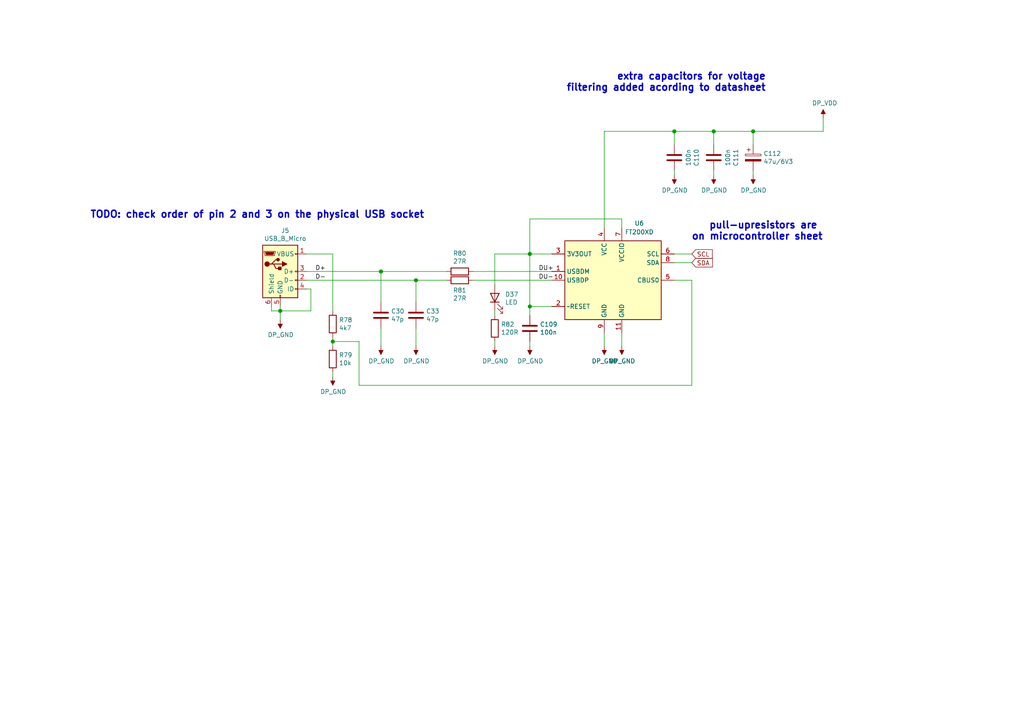
<source format=kicad_sch>
(kicad_sch (version 20210621) (generator eeschema)
  (paper "A4")
  (title_block (title "Computer interface") (rev "1.0") (company "MIT License"))
  (lib_symbols
    (symbol "Device:C" (pin_numbers hide) (pin_names (offset 0.254))
      (property "Reference" "C" (at 0.635 2.54 0))
      (property "Value" "C" (at 0.635 -2.54 0))
      (symbol "C_0_1"
        (polyline (pts (xy -2.032 -0.762) (xy 2.032 -0.762)) (stroke (width 0.508)))
        (polyline (pts (xy -2.032 0.762) (xy 2.032 0.762)) (stroke (width 0.508)))
      )
      (symbol "C_1_1"
        (pin passive line (at 0 3.81 270) (length 2.794) (name "~") (number "1"))
        (pin passive line (at 0 -3.81 90) (length 2.794) (name "~") (number "2"))
      )
    )
    (symbol "Device:CP" (pin_numbers hide) (pin_names (offset 0.254))
      (property "Reference" "C" (at 0.635 2.54 0))
      (property "Value" "CP" (at 0.635 -2.54 0))
      (symbol "CP_0_1"
        (rectangle (start -2.286 0.508) (end 2.286 1.016))
        (rectangle (start 2.286 -0.508) (end -2.286 -1.016) (fill (type outline)))
        (polyline (pts (xy -1.778 2.286) (xy -0.762 2.286)))
        (polyline (pts (xy -1.27 2.794) (xy -1.27 1.778)))
      )
      (symbol "CP_1_1"
        (pin passive line (at 0 3.81 270) (length 2.794) (name "~") (number "1"))
        (pin passive line (at 0 -3.81 90) (length 2.794) (name "~") (number "2"))
      )
    )
    (symbol "Device:LED" (pin_numbers hide) (pin_names (offset 1.016) hide)
      (property "Reference" "D" (at 0 2.54 0))
      (property "Value" "LED" (at 0 -2.54 0))
      (symbol "LED_0_1"
        (polyline (pts (xy -1.27 -1.27) (xy -1.27 1.27)) (stroke (width 0.254)))
        (polyline (pts (xy -1.27 0) (xy 1.27 0)))
        (polyline (pts (xy 1.27 -1.27) (xy 1.27 1.27) (xy -1.27 0) (xy 1.27 -1.27)) (stroke (width 0.254)))
        (polyline (pts (xy -3.048 -0.762) (xy -4.572 -2.286) (xy -3.81 -2.286) (xy -4.572 -2.286) (xy -4.572 -1.524)))
        (polyline (pts (xy -1.778 -0.762) (xy -3.302 -2.286) (xy -2.54 -2.286) (xy -3.302 -2.286) (xy -3.302 -1.524)))
      )
      (symbol "LED_1_1"
        (pin passive line (at -3.81 0 0) (length 2.54) (name "K") (number "1"))
        (pin passive line (at 3.81 0 180) (length 2.54) (name "A") (number "2"))
      )
    )
    (symbol "Device:R" (pin_numbers hide) (pin_names (offset 0))
      (property "Reference" "R" (at 2.032 0 90))
      (property "Value" "R" (at 0 0 90))
      (symbol "R_0_1"
        (rectangle (start -1.016 -2.54) (end 1.016 2.54) (stroke (width 0.254)))
      )
      (symbol "R_1_1"
        (pin passive line (at 0 3.81 270) (length 1.27) (name "~") (number "1"))
        (pin passive line (at 0 -3.81 90) (length 1.27) (name "~") (number "2"))
      )
    )
    (symbol "Electroencephalograph-rescue:USB_B_Micro-Connector" (pin_names (offset 1.016))
      (property "Reference" "J" (at -5.08 11.43 0))
      (property "Value" "USB_B_Micro-Connector" (at -5.08 8.89 0))
      (symbol "USB_B_Micro-Connector_0_1"
        (circle (center -3.81 2.159) (radius 0.635) (stroke (width 0.254)) (fill (type outline)))
        (circle (center -0.635 3.429) (radius 0.381) (stroke (width 0.254)) (fill (type outline)))
        (rectangle (start -0.127 -7.62) (end 0.127 -6.858))
        (rectangle (start 5.08 -5.207) (end 4.318 -4.953))
        (rectangle (start 5.08 -2.667) (end 4.318 -2.413))
        (rectangle (start 5.08 -0.127) (end 4.318 0.127))
        (rectangle (start 5.08 4.953) (end 4.318 5.207))
        (rectangle (start 0.254 1.27) (end -0.508 0.508) (stroke (width 0.254)) (fill (type outline)))
        (rectangle (start -5.08 -7.62) (end 5.08 7.62) (stroke (width 0.254)) (fill (type background)))
        (polyline (pts (xy -1.905 2.159) (xy 0.635 2.159)) (stroke (width 0.254)))
        (polyline (pts (xy -3.175 2.159) (xy -2.54 2.159) (xy -1.27 3.429) (xy -0.635 3.429)) (stroke (width 0.254)))
        (polyline (pts (xy -2.54 2.159) (xy -1.905 2.159) (xy -1.27 0.889) (xy 0 0.889)) (stroke (width 0.254)))
        (polyline (pts (xy -4.699 5.842) (xy -4.699 5.588) (xy -4.445 4.826) (xy -4.445 4.572) (xy -1.651 4.572) (xy -1.651 4.826) (xy -1.397 5.588) (xy -1.397 5.842) (xy -4.699 5.842)))
        (polyline (pts (xy 0.635 2.794) (xy 0.635 1.524) (xy 1.905 2.159) (xy 0.635 2.794)) (stroke (width 0.254)) (fill (type outline)))
        (polyline (pts (xy -4.318 5.588) (xy -1.778 5.588) (xy -2.032 4.826) (xy -4.064 4.826) (xy -4.318 5.588)) (fill (type outline)))
      )
      (symbol "USB_B_Micro-Connector_1_1"
        (pin power_out line (at 7.62 5.08 180) (length 2.54) (name "VBUS") (number "1"))
        (pin passive line (at 7.62 -2.54 180) (length 2.54) (name "D-") (number "2"))
        (pin passive line (at 7.62 0 180) (length 2.54) (name "D+") (number "3"))
        (pin passive line (at 7.62 -5.08 180) (length 2.54) (name "ID") (number "4"))
        (pin power_out line (at 0 -10.16 90) (length 2.54) (name "GND") (number "5"))
        (pin passive line (at -2.54 -10.16 90) (length 2.54) (name "Shield") (number "6"))
      )
    )
    (symbol "Electroencephalograph:DP_GND" (pin_names (offset 0))
      (property "Value" "DP_GND" (at 0 -3.81 0))
      (symbol "DP_GND_1_1"
        (polyline (pts (xy 0 0) (xy 0 -1.27)))
        (polyline (pts (xy 0 -1.27) (xy -0.635 -1.27) (xy 0 -2.54) (xy 0.635 -1.27) (xy 0 -1.27)) (fill (type outline)))
        (pin power_in line (at 0 0 270) (length 0) hide (name "DP_GND") (number "1"))
      )
    )
    (symbol "Electroencephalograph:DP_VDD" (pin_names (offset 0))
      (property "Value" "DP_VDD" (at 0 3.175 0))
      (symbol "DP_VDD_1_1"
        (polyline (pts (xy 0 0) (xy 0 1.27)))
        (polyline (pts (xy 0 1.27) (xy 0.635 1.27) (xy 0 2.54) (xy -0.635 1.27) (xy 0 1.27)) (fill (type outline)))
        (pin power_in line (at 0 0 90) (length 0) hide (name "DP_VDD") (number "1"))
      )
    )
    (symbol "Interface_USB:FT200XD"
      (property "Reference" "U" (at -13.97 12.7 0))
      (property "Value" "FT200XD" (at 7.62 12.7 0))
      (symbol "FT200XD_0_1"
        (rectangle (start -13.97 11.43) (end 13.97 -11.43) (stroke (width 0.254)) (fill (type background)))
      )
      (symbol "FT200XD_1_1"
        (pin input line (at -17.78 2.54 0) (length 3.81) (name "USBDM") (number "1"))
        (pin input line (at -17.78 0 0) (length 3.81) (name "USBDP") (number "10"))
        (pin power_in line (at 2.54 -15.24 90) (length 3.81) (name "GND") (number "11"))
        (pin input line (at -17.78 -7.62 0) (length 3.81) (name "~RESET") (number "2"))
        (pin power_out line (at -17.78 7.62 0) (length 3.81) (name "3V3OUT") (number "3"))
        (pin power_in line (at -2.54 15.24 270) (length 3.81) (name "VCC") (number "4"))
        (pin bidirectional line (at 17.78 0 180) (length 3.81) (name "CBUS0") (number "5"))
        (pin input line (at 17.78 7.62 180) (length 3.81) (name "SCL") (number "6"))
        (pin power_in line (at 2.54 15.24 270) (length 3.81) (name "VCCIO") (number "7"))
        (pin bidirectional line (at 17.78 5.08 180) (length 3.81) (name "SDA") (number "8"))
        (pin power_in line (at -2.54 -15.24 90) (length 3.81) (name "GND") (number "9"))
      )
    )
  )
  (junction (at 81.28 90.17) (diameter 1.016))
  (junction (at 96.52 99.06) (diameter 1.016))
  (junction (at 110.49 78.74) (diameter 1.016))
  (junction (at 120.65 81.28) (diameter 1.016))
  (junction (at 153.67 73.66) (diameter 1.016))
  (junction (at 153.67 88.9) (diameter 1.016))
  (junction (at 195.58 38.1) (diameter 1.016))
  (junction (at 207.01 38.1) (diameter 1.016))
  (junction (at 218.44 38.1) (diameter 1.016))
  (wire (pts (xy 78.74 88.9) (xy 78.74 90.17)))
  (wire (pts (xy 78.74 90.17) (xy 81.28 90.17)))
  (wire (pts (xy 81.28 90.17) (xy 81.28 88.9)))
  (wire (pts (xy 81.28 92.71) (xy 81.28 90.17)))
  (wire (pts (xy 88.9 73.66) (xy 96.52 73.66)))
  (wire (pts (xy 88.9 78.74) (xy 110.49 78.74)))
  (wire (pts (xy 88.9 81.28) (xy 120.65 81.28)))
  (wire (pts (xy 88.9 83.82) (xy 90.17 83.82)))
  (wire (pts (xy 90.17 83.82) (xy 90.17 90.17)))
  (wire (pts (xy 90.17 90.17) (xy 81.28 90.17)))
  (wire (pts (xy 96.52 73.66) (xy 96.52 90.17)))
  (wire (pts (xy 96.52 99.06) (xy 96.52 97.79)))
  (wire (pts (xy 96.52 99.06) (xy 104.14 99.06)))
  (wire (pts (xy 96.52 100.33) (xy 96.52 99.06)))
  (wire (pts (xy 96.52 109.22) (xy 96.52 107.95)))
  (wire (pts (xy 104.14 99.06) (xy 104.14 111.76)))
  (wire (pts (xy 104.14 111.76) (xy 200.66 111.76)))
  (wire (pts (xy 110.49 78.74) (xy 110.49 87.63)))
  (wire (pts (xy 110.49 100.33) (xy 110.49 95.25)))
  (wire (pts (xy 120.65 87.63) (xy 120.65 81.28)))
  (wire (pts (xy 120.65 100.33) (xy 120.65 95.25)))
  (wire (pts (xy 129.54 78.74) (xy 110.49 78.74)))
  (wire (pts (xy 129.54 81.28) (xy 120.65 81.28)))
  (wire (pts (xy 137.16 78.74) (xy 160.02 78.74)))
  (wire (pts (xy 143.51 73.66) (xy 143.51 82.55)))
  (wire (pts (xy 143.51 90.17) (xy 143.51 91.44)))
  (wire (pts (xy 143.51 100.33) (xy 143.51 99.06)))
  (wire (pts (xy 153.67 63.5) (xy 153.67 73.66)))
  (wire (pts (xy 153.67 73.66) (xy 143.51 73.66)))
  (wire (pts (xy 153.67 73.66) (xy 153.67 88.9)))
  (wire (pts (xy 153.67 88.9) (xy 153.67 91.44)))
  (wire (pts (xy 153.67 100.33) (xy 153.67 99.06)))
  (wire (pts (xy 160.02 73.66) (xy 153.67 73.66)))
  (wire (pts (xy 160.02 81.28) (xy 137.16 81.28)))
  (wire (pts (xy 160.02 88.9) (xy 153.67 88.9)))
  (wire (pts (xy 175.26 38.1) (xy 175.26 66.04)))
  (wire (pts (xy 175.26 100.33) (xy 175.26 96.52)))
  (wire (pts (xy 180.34 63.5) (xy 153.67 63.5)))
  (wire (pts (xy 180.34 66.04) (xy 180.34 63.5)))
  (wire (pts (xy 180.34 100.33) (xy 180.34 96.52)))
  (wire (pts (xy 195.58 38.1) (xy 175.26 38.1)))
  (wire (pts (xy 195.58 38.1) (xy 195.58 41.91)))
  (wire (pts (xy 195.58 38.1) (xy 207.01 38.1)))
  (wire (pts (xy 195.58 50.8) (xy 195.58 49.53)))
  (wire (pts (xy 195.58 73.66) (xy 200.66 73.66)))
  (wire (pts (xy 195.58 76.2) (xy 200.66 76.2)))
  (wire (pts (xy 200.66 81.28) (xy 195.58 81.28)))
  (wire (pts (xy 200.66 111.76) (xy 200.66 81.28)))
  (wire (pts (xy 207.01 38.1) (xy 218.44 38.1)))
  (wire (pts (xy 207.01 41.91) (xy 207.01 38.1)))
  (wire (pts (xy 207.01 50.8) (xy 207.01 49.53)))
  (wire (pts (xy 218.44 38.1) (xy 238.76 38.1)))
  (wire (pts (xy 218.44 41.91) (xy 218.44 38.1)))
  (wire (pts (xy 218.44 50.8) (xy 218.44 49.53)))
  (wire (pts (xy 238.76 34.29) (xy 238.76 38.1)))
  (text "TODO: check order of pin 2 and 3 on the physical USB socket" (at 123.19 63.5 0) (effects (font (size 2.0066 2.0066) (thickness 0.4013) bold) (justify right bottom)))
  (text "extra capacitors for voltage\nfiltering added acording to datasheet\n" (at 222.25 26.67 0) (effects (font (size 2.0066 2.0066) (thickness 0.4013) bold) (justify right bottom)))
  (text "pull-upresistors are \non microcontroller sheet" (at 238.76 69.85 180) (effects (font (size 2.0066 2.0066) (thickness 0.4013) bold) (justify right bottom)))
  (label "D+" (at 91.44 78.74 0))
  (label "D-" (at 91.44 81.28 0))
  (label "DU+" (at 156.21 78.74 0))
  (label "DU-" (at 156.21 81.28 0))
  (global_label "SCL" (shape input) (at 200.66 73.66 0) (property "Intersheet References" "${INTERSHEET_REFS}" (effects hide)))
  (global_label "SDA" (shape input) (at 200.66 76.2 0) (property "Intersheet References" "${INTERSHEET_REFS}" (effects hide)))
  (symbol (lib_id "Electroencephalograph:DP_GND") (at 81.28 92.71 0)
    (property "Reference" "#PWR57" (effects hide))
    (property "Value" "DP_GND" (at 81.407 97.1042 0))
  )
  (symbol (lib_id "Electroencephalograph:DP_GND") (at 96.52 109.22 0)
    (property "Reference" "#PWR58" (effects hide))
    (property "Value" "DP_GND" (at 96.647 113.6142 0))
  )
  (symbol (lib_id "Electroencephalograph:DP_GND") (at 110.49 100.33 0)
    (property "Reference" "#PWR64" (effects hide))
    (property "Value" "DP_GND" (at 110.617 104.7242 0))
  )
  (symbol (lib_id "Electroencephalograph:DP_GND") (at 120.65 100.33 0)
    (property "Reference" "#PWR196" (effects hide))
    (property "Value" "DP_GND" (at 120.777 104.7242 0))
  )
  (symbol (lib_id "Electroencephalograph:DP_GND") (at 143.51 100.33 0)
    (property "Reference" "#PWR197" (effects hide))
    (property "Value" "DP_GND" (at 143.637 104.7242 0))
  )
  (symbol (lib_id "Electroencephalograph:DP_GND") (at 153.67 100.33 0)
    (property "Reference" "#PWR198" (effects hide))
    (property "Value" "DP_GND" (at 153.797 104.7242 0))
  )
  (symbol (lib_id "Electroencephalograph:DP_GND") (at 175.26 100.33 0)
    (property "Reference" "#PWR199" (effects hide))
    (property "Value" "DP_GND" (at 175.387 104.7242 0))
  )
  (symbol (lib_id "Electroencephalograph:DP_GND") (at 180.34 100.33 0)
    (property "Reference" "#PWR200" (effects hide))
    (property "Value" "DP_GND" (at 180.467 104.7242 0))
  )
  (symbol (lib_id "Electroencephalograph:DP_GND") (at 195.58 50.8 0)
    (property "Reference" "#PWR201" (effects hide))
    (property "Value" "DP_GND" (at 195.707 55.1942 0))
  )
  (symbol (lib_id "Electroencephalograph:DP_GND") (at 207.01 50.8 0)
    (property "Reference" "#PWR202" (effects hide))
    (property "Value" "DP_GND" (at 207.137 55.1942 0))
  )
  (symbol (lib_id "Electroencephalograph:DP_GND") (at 218.44 50.8 0)
    (property "Reference" "#PWR203" (effects hide))
    (property "Value" "DP_GND" (at 218.567 55.1942 0))
  )
  (symbol (lib_id "Electroencephalograph:DP_VDD") (at 238.76 34.29 0) (unit 1)
    (property "Reference" "#PWR212" (effects hide))
    (property "Value" "DP_VDD" (at 239.1918 29.8958 0))
  )
  (symbol (lib_id "Device:R") (at 96.52 93.98 0)
    (property "Reference" "R78" (at 98.298 92.8116 0) (effects (justify left)))
    (property "Value" "4k7" (at 98.298 95.123 0) (effects (justify left)))
    (property "Footprint" "Resistor_SMD:R_0402_1005Metric" (effects hide))
  )
  (symbol (lib_id "Device:R") (at 96.52 104.14 0)
    (property "Reference" "R79" (at 98.298 102.9716 0) (effects (justify left)))
    (property "Value" "10k" (at 98.298 105.283 0) (effects (justify left)))
    (property "Footprint" "Resistor_SMD:R_0402_1005Metric" (effects hide))
  )
  (symbol (lib_id "Device:R") (at 133.35 78.74 270)
    (property "Reference" "R80" (at 133.35 73.4822 90))
    (property "Value" "27R" (at 133.35 75.7936 90))
    (property "Footprint" "Resistor_SMD:R_0402_1005Metric" (effects hide))
  )
  (symbol (lib_id "Device:R") (at 133.35 81.28 270)
    (property "Reference" "R81" (at 133.35 84.201 90))
    (property "Value" "27R" (at 133.35 86.5124 90))
    (property "Footprint" "Resistor_SMD:R_0402_1005Metric" (effects hide))
  )
  (symbol (lib_id "Device:R") (at 143.51 95.25 0)
    (property "Reference" "R82" (at 145.288 94.0816 0) (effects (justify left)))
    (property "Value" "120R" (at 145.288 96.393 0) (effects (justify left)))
    (property "Footprint" "Resistor_SMD:R_0402_1005Metric" (effects hide))
  )
  (symbol (lib_id "Device:LED") (at 143.51 86.36 90)
    (property "Reference" "D37" (at 146.4818 85.3694 90) (effects (justify right)))
    (property "Value" "LED" (at 146.4818 87.6808 90) (effects (justify right)))
    (property "Footprint" "LED_SMD:LED_0402_1005Metric" (effects hide))
  )
  (symbol (lib_id "Device:C") (at 110.49 91.44 180)
    (property "Reference" "C30" (at 113.411 90.2716 0) (effects (justify right)))
    (property "Value" "47p" (at 113.411 92.583 0) (effects (justify right)))
    (property "Footprint" "Capacitor_SMD:C_0402_1005Metric" (effects hide))
  )
  (symbol (lib_id "Device:C") (at 120.65 91.44 180)
    (property "Reference" "C33" (at 123.571 90.2716 0) (effects (justify right)))
    (property "Value" "47p" (at 123.571 92.583 0) (effects (justify right)))
    (property "Footprint" "Capacitor_SMD:C_0402_1005Metric" (effects hide))
  )
  (symbol (lib_id "Device:C") (at 153.67 95.25 180)
    (property "Reference" "C109" (at 156.591 94.0816 0) (effects (justify right)))
    (property "Value" "100n" (at 156.591 96.393 0) (effects (justify right)))
    (property "Footprint" "Capacitor_SMD:C_0402_1005Metric" (effects hide))
  )
  (symbol (lib_id "Device:C") (at 195.58 45.72 0)
    (property "Reference" "C110" (at 201.9808 45.72 90))
    (property "Value" "100n" (at 199.6694 45.72 90))
    (property "Footprint" "Capacitor_SMD:C_0402_1005Metric" (effects hide))
  )
  (symbol (lib_id "Device:C") (at 207.01 45.72 0)
    (property "Reference" "C111" (at 213.4108 45.72 90))
    (property "Value" "100n" (at 211.0994 45.72 90))
    (property "Footprint" "Capacitor_SMD:C_0402_1005Metric" (effects hide))
  )
  (symbol (lib_id "Device:CP") (at 218.44 45.72 0)
    (property "Reference" "C112" (at 221.4372 44.5516 0) (effects (justify left)))
    (property "Value" "47u/6V3" (at 221.4372 46.863 0) (effects (justify left)))
    (property "Footprint" "Capacitor_Tantalum_SMD:CP_EIA-3528-21_Kemet-B" (effects hide))
  )
  (symbol (lib_id "Electroencephalograph-rescue:USB_B_Micro-Connector") (at 81.28 78.74 0)
    (property "Reference" "J5" (at 82.7278 66.8782 0))
    (property "Value" "USB_B_Micro" (at 82.7278 69.1896 0))
    (property "Footprint" "Connector_USB:USB_Micro-B_Molex-105017-0001" (effects hide))
  )
  (symbol (lib_id "Interface_USB:FT200XD") (at 177.8 81.28 0)
    (property "Reference" "U6" (at 185.42 64.77 0))
    (property "Value" "FT200XD" (at 185.42 67.31 0))
    (property "Footprint" "Package_DFN_QFN:DFN-10-1EP_3x3mm_P0.5mm_EP1.55x2.48mm" (effects hide))
    (property "Datasheet" "http://www.ftdichip.com/Products/ICs/FT200XD.html" (effects hide))
  )
)
</source>
